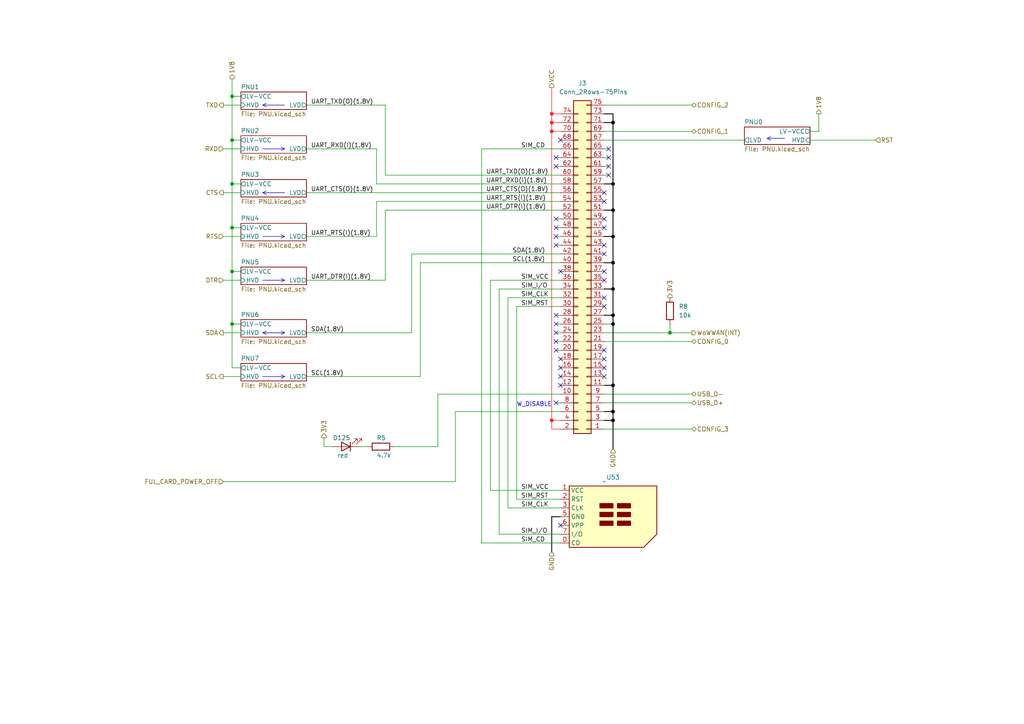
<source format=kicad_sch>
(kicad_sch (version 20230121) (generator eeschema)
  (paper "A4")
  (lib_symbols
    (symbol "Connector_Generic:Conn_2Rows-75Pins" (pin_names (offset 1.016) hide)
      (property "Reference" "J" (at 1.27 48.26 0))
      (property "Value" "Conn_2Rows-75Pins" (at 1.27 -50.8 0))
      (symbol "Conn_2Rows-75Pins_1_1"
        (rectangle (start -1.27 -48.133) (end 0 -48.387) (stroke (width 0.1524)))
        (rectangle (start -1.27 -45.593) (end 0 -45.847) (stroke (width 0.1524)))
        (rectangle (start -1.27 -43.053) (end 0 -43.307) (stroke (width 0.1524)))
        (rectangle (start -1.27 -40.513) (end 0 -40.767) (stroke (width 0.1524)))
        (rectangle (start -1.27 -37.973) (end 0 -38.227) (stroke (width 0.1524)))
        (rectangle (start -1.27 -35.433) (end 0 -35.687) (stroke (width 0.1524)))
        (rectangle (start -1.27 -32.893) (end 0 -33.147) (stroke (width 0.1524)))
        (rectangle (start -1.27 -30.353) (end 0 -30.607) (stroke (width 0.1524)))
        (rectangle (start -1.27 -27.813) (end 0 -28.067) (stroke (width 0.1524)))
        (rectangle (start -1.27 -25.273) (end 0 -25.527) (stroke (width 0.1524)))
        (rectangle (start -1.27 -22.733) (end 0 -22.987) (stroke (width 0.1524)))
        (rectangle (start -1.27 -20.193) (end 0 -20.447) (stroke (width 0.1524)))
        (rectangle (start -1.27 -17.653) (end 0 -17.907) (stroke (width 0.1524)))
        (rectangle (start -1.27 -15.113) (end 0 -15.367) (stroke (width 0.1524)))
        (rectangle (start -1.27 -12.573) (end 0 -12.827) (stroke (width 0.1524)))
        (rectangle (start -1.27 -10.033) (end 0 -10.287) (stroke (width 0.1524)))
        (rectangle (start -1.27 -7.493) (end 0 -7.747) (stroke (width 0.1524)))
        (rectangle (start -1.27 -4.953) (end 0 -5.207) (stroke (width 0.1524)))
        (rectangle (start -1.27 -2.413) (end 0 -2.667) (stroke (width 0.1524)))
        (rectangle (start -1.27 0.127) (end 0 -0.127) (stroke (width 0.1524)))
        (rectangle (start -1.27 2.667) (end 0 2.413) (stroke (width 0.1524)))
        (rectangle (start -1.27 5.207) (end 0 4.953) (stroke (width 0.1524)))
        (rectangle (start -1.27 7.747) (end 0 7.493) (stroke (width 0.1524)))
        (rectangle (start -1.27 10.287) (end 0 10.033) (stroke (width 0.1524)))
        (rectangle (start -1.27 12.827) (end 0 12.573) (stroke (width 0.1524)))
        (rectangle (start -1.27 15.367) (end 0 15.113) (stroke (width 0.1524)))
        (rectangle (start -1.27 17.907) (end 0 17.653) (stroke (width 0.1524)))
        (rectangle (start -1.27 20.447) (end 0 20.193) (stroke (width 0.1524)))
        (rectangle (start -1.27 22.987) (end 0 22.733) (stroke (width 0.1524)))
        (rectangle (start -1.27 25.527) (end 0 25.273) (stroke (width 0.1524)))
        (rectangle (start -1.27 28.067) (end 0 27.813) (stroke (width 0.1524)))
        (rectangle (start -1.27 30.607) (end 0 30.353) (stroke (width 0.1524)))
        (rectangle (start -1.27 33.147) (end 0 32.893) (stroke (width 0.1524)))
        (rectangle (start -1.27 35.687) (end 0 35.433) (stroke (width 0.1524)))
        (rectangle (start -1.27 38.227) (end 0 37.973) (stroke (width 0.1524)))
        (rectangle (start -1.27 40.767) (end 0 40.513) (stroke (width 0.1524)))
        (rectangle (start -1.27 43.307) (end 0 43.053) (stroke (width 0.1524)))
        (rectangle (start -1.27 45.847) (end 0 45.593) (stroke (width 0.1524)))
        (rectangle (start -1.27 46.99) (end 3.81 -49.53) (stroke (width 0.254)) (fill (type background)))
        (rectangle (start 3.81 -45.593) (end 2.54 -45.847) (stroke (width 0.1524)))
        (rectangle (start 3.81 -43.053) (end 2.54 -43.307) (stroke (width 0.1524)))
        (rectangle (start 3.81 -40.513) (end 2.54 -40.767) (stroke (width 0.1524)))
        (rectangle (start 3.81 -37.973) (end 2.54 -38.227) (stroke (width 0.1524)))
        (rectangle (start 3.81 -35.433) (end 2.54 -35.687) (stroke (width 0.1524)))
        (rectangle (start 3.81 -32.893) (end 2.54 -33.147) (stroke (width 0.1524)))
        (rectangle (start 3.81 -30.353) (end 2.54 -30.607) (stroke (width 0.1524)))
        (rectangle (start 3.81 -27.813) (end 2.54 -28.067) (stroke (width 0.1524)))
        (rectangle (start 3.81 -25.273) (end 2.54 -25.527) (stroke (width 0.1524)))
        (rectangle (start 3.81 -22.733) (end 2.54 -22.987) (stroke (width 0.1524)))
        (rectangle (start 3.81 -20.193) (end 2.54 -20.447) (stroke (width 0.1524)))
        (rectangle (start 3.81 -17.653) (end 2.54 -17.907) (stroke (width 0.1524)))
        (rectangle (start 3.81 -15.113) (end 2.54 -15.367) (stroke (width 0.1524)))
        (rectangle (start 3.81 -12.573) (end 2.54 -12.827) (stroke (width 0.1524)))
        (rectangle (start 3.81 -10.033) (end 2.54 -10.287) (stroke (width 0.1524)))
        (rectangle (start 3.81 -7.493) (end 2.54 -7.747) (stroke (width 0.1524)))
        (rectangle (start 3.81 -4.953) (end 2.54 -5.207) (stroke (width 0.1524)))
        (rectangle (start 3.81 -2.413) (end 2.54 -2.667) (stroke (width 0.1524)))
        (rectangle (start 3.81 0.127) (end 2.54 -0.127) (stroke (width 0.1524)))
        (rectangle (start 3.81 2.667) (end 2.54 2.413) (stroke (width 0.1524)))
        (rectangle (start 3.81 5.207) (end 2.54 4.953) (stroke (width 0.1524)))
        (rectangle (start 3.81 7.747) (end 2.54 7.493) (stroke (width 0.1524)))
        (rectangle (start 3.81 10.287) (end 2.54 10.033) (stroke (width 0.1524)))
        (rectangle (start 3.81 12.827) (end 2.54 12.573) (stroke (width 0.1524)))
        (rectangle (start 3.81 15.367) (end 2.54 15.113) (stroke (width 0.1524)))
        (rectangle (start 3.81 17.907) (end 2.54 17.653) (stroke (width 0.1524)))
        (rectangle (start 3.81 20.447) (end 2.54 20.193) (stroke (width 0.1524)))
        (rectangle (start 3.81 22.987) (end 2.54 22.733) (stroke (width 0.1524)))
        (rectangle (start 3.81 25.527) (end 2.54 25.273) (stroke (width 0.1524)))
        (rectangle (start 3.81 28.067) (end 2.54 27.813) (stroke (width 0.1524)))
        (rectangle (start 3.81 30.607) (end 2.54 30.353) (stroke (width 0.1524)))
        (rectangle (start 3.81 33.147) (end 2.54 32.893) (stroke (width 0.1524)))
        (rectangle (start 3.81 35.687) (end 2.54 35.433) (stroke (width 0.1524)))
        (rectangle (start 3.81 38.227) (end 2.54 37.973) (stroke (width 0.1524)))
        (rectangle (start 3.81 40.767) (end 2.54 40.513) (stroke (width 0.1524)))
        (rectangle (start 3.81 43.307) (end 2.54 43.053) (stroke (width 0.1524)))
        (rectangle (start 3.81 45.847) (end 2.54 45.593) (stroke (width 0.1524)))
        (pin passive line (at -5.08 45.72 0) (length 3.81) (name "Pin_1") (number "1"))
        (pin passive line (at 7.62 35.56 180) (length 3.81) (name "Pin_10") (number "10"))
        (pin passive line (at -5.08 33.02 0) (length 3.81) (name "Pin_11") (number "11"))
        (pin passive line (at 7.62 33.02 180) (length 3.81) (name "Pin_12") (number "12"))
        (pin passive line (at -5.08 30.48 0) (length 3.81) (name "Pin_13") (number "13"))
        (pin passive line (at 7.62 30.48 180) (length 3.81) (name "Pin_14") (number "14"))
        (pin passive line (at -5.08 27.94 0) (length 3.81) (name "Pin_15") (number "15"))
        (pin passive line (at 7.62 27.94 180) (length 3.81) (name "Pin_16") (number "16"))
        (pin passive line (at -5.08 25.4 0) (length 3.81) (name "Pin_17") (number "17"))
        (pin passive line (at 7.62 25.4 180) (length 3.81) (name "Pin_18") (number "18"))
        (pin passive line (at -5.08 22.86 0) (length 3.81) (name "Pin_19") (number "19"))
        (pin passive line (at 7.62 45.72 180) (length 3.81) (name "Pin_2") (number "2"))
        (pin passive line (at 7.62 22.86 180) (length 3.81) (name "Pin_20") (number "20"))
        (pin passive line (at -5.08 20.32 0) (length 3.81) (name "Pin_21") (number "21"))
        (pin passive line (at 7.62 20.32 180) (length 3.81) (name "Pin_22") (number "22"))
        (pin passive line (at -5.08 17.78 0) (length 3.81) (name "Pin_23") (number "23"))
        (pin passive line (at 7.62 17.78 180) (length 3.81) (name "Pin_24") (number "24"))
        (pin passive line (at -5.08 15.24 0) (length 3.81) (name "Pin_25") (number "25"))
        (pin passive line (at 7.62 15.24 180) (length 3.81) (name "Pin_26") (number "26"))
        (pin passive line (at -5.08 12.7 0) (length 3.81) (name "Pin_27") (number "27"))
        (pin passive line (at 7.62 12.7 180) (length 3.81) (name "Pin_28") (number "28"))
        (pin passive line (at -5.08 10.16 0) (length 3.81) (name "Pin_29") (number "29"))
        (pin passive line (at -5.08 43.18 0) (length 3.81) (name "Pin_3") (number "3"))
        (pin passive line (at 7.62 10.16 180) (length 3.81) (name "Pin_30") (number "30"))
        (pin passive line (at -5.08 7.62 0) (length 3.81) (name "Pin_31") (number "31"))
        (pin passive line (at 7.62 7.62 180) (length 3.81) (name "Pin_32") (number "32"))
        (pin passive line (at -5.08 5.08 0) (length 3.81) (name "Pin_33") (number "33"))
        (pin passive line (at 7.62 5.08 180) (length 3.81) (name "Pin_34") (number "34"))
        (pin passive line (at -5.08 2.54 0) (length 3.81) (name "Pin_35") (number "35"))
        (pin passive line (at 7.62 2.54 180) (length 3.81) (name "Pin_36") (number "36"))
        (pin passive line (at -5.08 0 0) (length 3.81) (name "Pin_37") (number "37"))
        (pin passive line (at 7.62 0 180) (length 3.81) (name "Pin_38") (number "38"))
        (pin passive line (at -5.08 -2.54 0) (length 3.81) (name "Pin_39") (number "39"))
        (pin passive line (at 7.62 43.18 180) (length 3.81) (name "Pin_4") (number "4"))
        (pin passive line (at 7.62 -2.54 180) (length 3.81) (name "Pin_40") (number "40"))
        (pin passive line (at -5.08 -5.08 0) (length 3.81) (name "Pin_41") (number "41"))
        (pin passive line (at 7.62 -5.08 180) (length 3.81) (name "Pin_42") (number "42"))
        (pin passive line (at -5.08 -7.62 0) (length 3.81) (name "Pin_43") (number "43"))
        (pin passive line (at 7.62 -7.62 180) (length 3.81) (name "Pin_44") (number "44"))
        (pin passive line (at -5.08 -10.16 0) (length 3.81) (name "Pin_45") (number "45"))
        (pin passive line (at 7.62 -10.16 180) (length 3.81) (name "Pin_46") (number "46"))
        (pin passive line (at -5.08 -12.7 0) (length 3.81) (name "Pin_47") (number "47"))
        (pin passive line (at 7.62 -12.7 180) (length 3.81) (name "Pin_48") (number "48"))
        (pin passive line (at -5.08 -15.24 0) (length 3.81) (name "Pin_49") (number "49"))
        (pin passive line (at -5.08 40.64 0) (length 3.81) (name "Pin_5") (number "5"))
        (pin passive line (at 7.62 -15.24 180) (length 3.81) (name "Pin_50") (number "50"))
        (pin passive line (at -5.08 -17.78 0) (length 3.81) (name "Pin_51") (number "51"))
        (pin passive line (at 7.62 -17.78 180) (length 3.81) (name "Pin_52") (number "52"))
        (pin passive line (at -5.08 -20.32 0) (length 3.81) (name "Pin_53") (number "53"))
        (pin passive line (at 7.62 -20.32 180) (length 3.81) (name "Pin_54") (number "54"))
        (pin passive line (at -5.08 -22.86 0) (length 3.81) (name "Pin_55") (number "55"))
        (pin passive line (at 7.62 -22.86 180) (length 3.81) (name "Pin_56") (number "56"))
        (pin passive line (at -5.08 -25.4 0) (length 3.81) (name "Pin_57") (number "57"))
        (pin passive line (at 7.62 -25.4 180) (length 3.81) (name "Pin_58") (number "58"))
        (pin passive line (at -5.08 -27.94 0) (length 3.81) (name "Pin_59") (number "59"))
        (pin passive line (at 7.62 40.64 180) (length 3.81) (name "Pin_6") (number "6"))
        (pin passive line (at 7.62 -27.94 180) (length 3.81) (name "Pin_60") (number "60"))
        (pin passive line (at -5.08 -30.48 0) (length 3.81) (name "Pin_61") (number "61"))
        (pin passive line (at 7.62 -30.48 180) (length 3.81) (name "Pin_62") (number "62"))
        (pin passive line (at -5.08 -33.02 0) (length 3.81) (name "Pin_63") (number "63"))
        (pin passive line (at 7.62 -33.02 180) (length 3.81) (name "Pin_64") (number "64"))
        (pin passive line (at -5.08 -35.56 0) (length 3.81) (name "Pin_65") (number "65"))
        (pin passive line (at 7.62 -35.56 180) (length 3.81) (name "Pin_66") (number "66"))
        (pin passive line (at -5.08 -38.1 0) (length 3.81) (name "Pin_67") (number "67"))
        (pin passive line (at 7.62 -38.1 180) (length 3.81) (name "Pin_68") (number "68"))
        (pin passive line (at -5.08 -40.64 0) (length 3.81) (name "Pin_69") (number "69"))
        (pin passive line (at -5.08 38.1 0) (length 3.81) (name "Pin_7") (number "7"))
        (pin passive line (at 7.62 -40.64 180) (length 3.81) (name "Pin_70") (number "70"))
        (pin passive line (at -5.08 -43.18 0) (length 3.81) (name "Pin_71") (number "71"))
        (pin passive line (at 7.62 -43.18 180) (length 3.81) (name "Pin_72") (number "72"))
        (pin passive line (at -5.08 -45.72 0) (length 3.81) (name "Pin_73") (number "73"))
        (pin passive line (at 7.62 -45.72 180) (length 3.81) (name "Pin_74") (number "74"))
        (pin passive line (at -5.08 -48.26 0) (length 3.81) (name "Pin_75") (number "75"))
        (pin passive line (at 7.62 38.1 180) (length 3.81) (name "Pin_8") (number "8"))
        (pin passive line (at -5.08 35.56 0) (length 3.81) (name "Pin_9") (number "9"))
      )
    )
    (symbol "Device:LED" (pin_numbers hide) (pin_names (offset 1.016) hide)
      (property "Reference" "D" (at 0 2.54 0))
      (property "Value" "LED" (at 0 -2.54 0))
      (symbol "LED_0_1"
        (polyline (pts (xy -1.27 -1.27) (xy -1.27 1.27)) (stroke (width 0.254)))
        (polyline (pts (xy -1.27 0) (xy 1.27 0)))
        (polyline (pts (xy 1.27 -1.27) (xy 1.27 1.27) (xy -1.27 0) (xy 1.27 -1.27)) (stroke (width 0.254)))
        (polyline (pts (xy -3.048 -0.762) (xy -4.572 -2.286) (xy -3.81 -2.286) (xy -4.572 -2.286) (xy -4.572 -1.524)))
        (polyline (pts (xy -1.778 -0.762) (xy -3.302 -2.286) (xy -2.54 -2.286) (xy -3.302 -2.286) (xy -3.302 -1.524)))
      )
      (symbol "LED_1_1"
        (pin passive line (at -3.81 0 0) (length 2.54) (name "K") (number "1"))
        (pin passive line (at 3.81 0 180) (length 2.54) (name "A") (number "2"))
      )
    )
    (symbol "Device:R" (pin_numbers hide) (pin_names (offset 0))
      (property "Reference" "R" (at 2.032 0 90))
      (property "Value" "R" (at 0 0 90))
      (symbol "R_0_1"
        (rectangle (start -1.016 -2.54) (end 1.016 2.54) (stroke (width 0.254)))
      )
      (symbol "R_1_1"
        (pin passive line (at 0 3.81 270) (length 1.27) (name "~") (number "1"))
        (pin passive line (at 0 -3.81 90) (length 1.27) (name "~") (number "2"))
      )
    )
    (symbol "Robotarna_KiCad_Library:SIM"
      (property "Reference" "U" (at 0 1.27 0))
      (symbol "SIM_0_1"
        (rectangle (start -1.27 -11.43) (end 2.54 -10.16) (stroke (width 0.254)) (fill (type outline)))
        (rectangle (start -1.27 -8.89) (end 2.54 -7.62) (stroke (width 0.254)) (fill (type outline)))
        (rectangle (start -1.27 -6.35) (end 2.54 -5.08) (stroke (width 0.254)) (fill (type outline)))
        (polyline (pts (xy -10.16 0) (xy 15.24 0) (xy 15.24 -13.97) (xy 11.43 -17.78) (xy -10.16 -17.78) (xy -10.16 0)) (stroke (width 0.254)) (fill (type background)))
        (rectangle (start 3.81 -10.16) (end 7.62 -11.43) (stroke (width 0.254)) (fill (type outline)))
        (rectangle (start 3.81 -8.89) (end 7.62 -7.62) (stroke (width 0.254)) (fill (type outline)))
        (rectangle (start 3.81 -6.35) (end 7.62 -5.08) (stroke (width 0.254)) (fill (type outline)))
      )
      (symbol "SIM_1_1"
        (pin power_in line (at -12.7 -1.27 0) (length 2.54) (name "VCC") (number "1"))
        (pin input line (at -12.7 -3.81 0) (length 2.54) (name "RST") (number "2"))
        (pin input line (at -12.7 -6.35 0) (length 2.54) (name "CLK") (number "3"))
        (pin power_in line (at -12.7 -8.89 0) (length 2.54) (name "GND") (number "5"))
        (pin input line (at -12.7 -11.43 0) (length 2.54) (name "VPP") (number "6"))
        (pin bidirectional line (at -12.7 -13.97 0) (length 2.54) (name "I/O") (number "7"))
        (pin output line (at -12.7 -16.51 0) (length 2.54) (name "CD") (number "D"))
      )
    )
  )
  (junction (at 194.31 96.52))
  (junction (at 177.8 68.58) (color 0 0 0 1))
  (junction (at 177.8 53.34) (color 0 0 0 1))
  (junction (at 177.8 83.82) (color 0 0 0 1))
  (junction (at 67.31 93.98))
  (junction (at 177.8 111.76) (color 0 0 0 1))
  (junction (at 67.31 66.04))
  (junction (at 177.8 91.44) (color 0 0 0 1))
  (junction (at 177.8 93.98) (color 0 0 0 1))
  (junction (at 160.02 121.92) (color 255 26 33 1))
  (junction (at 177.8 121.92) (color 0 0 0 1))
  (junction (at 67.31 53.34))
  (junction (at 177.8 119.38) (color 0 0 0 1))
  (junction (at 160.02 35.56) (color 255 26 33 1))
  (junction (at 67.31 27.94))
  (junction (at 177.8 60.96) (color 0 0 0 1))
  (junction (at 67.31 40.64))
  (junction (at 177.8 35.56) (color 0 0 0 1))
  (junction (at 67.31 78.74))
  (junction (at 160.02 33.02) (color 255 26 33 1))
  (junction (at 160.02 38.1) (color 255 26 33 1))
  (junction (at 177.8 76.2) (color 0 0 0 1))
  (no_connect (at 175.26 58.42))
  (no_connect (at 175.26 88.9))
  (no_connect (at 175.26 101.6))
  (no_connect (at 161.29 116.84))
  (no_connect (at 161.29 91.44))
  (no_connect (at 161.29 66.04))
  (no_connect (at 162.56 106.68))
  (no_connect (at 161.29 45.72))
  (no_connect (at 161.29 96.52))
  (no_connect (at 175.26 63.5))
  (no_connect (at 175.26 86.36))
  (no_connect (at 175.26 104.14))
  (no_connect (at 161.29 93.98))
  (no_connect (at 175.26 81.28))
  (no_connect (at 175.26 55.88))
  (no_connect (at 161.29 71.12))
  (no_connect (at 176.53 43.18))
  (no_connect (at 162.56 78.74))
  (no_connect (at 175.26 78.74))
  (no_connect (at 162.56 40.64))
  (no_connect (at 161.29 63.5))
  (no_connect (at 176.53 45.72))
  (no_connect (at 175.26 73.66))
  (no_connect (at 175.26 109.22))
  (no_connect (at 161.29 101.6))
  (no_connect (at 175.26 66.04))
  (no_connect (at 175.26 71.12))
  (no_connect (at 161.29 48.26))
  (no_connect (at 162.56 104.14))
  (no_connect (at 175.26 106.68))
  (no_connect (at 162.56 111.76))
  (no_connect (at 176.53 48.26))
  (no_connect (at 176.53 50.8))
  (no_connect (at 162.56 152.4))
  (no_connect (at 161.29 68.58))
  (no_connect (at 162.56 109.22))
  (no_connect (at 161.29 99.06))
  (wire (pts (xy 237.49 38.1) (xy 234.95 38.1)))
  (wire (pts (xy 69.85 106.68) (xy 67.31 106.68)))
  (wire (pts (xy 177.8 35.56) (xy 175.26 35.56)) (stroke (width 0.25) (color 0 0 0 1)))
  (wire (pts (xy 177.8 68.58) (xy 175.26 68.58)) (stroke (width 0.25) (color 0 0 0 1)))
  (polyline (pts (xy 82.55 43.18) (xy 81.534 43.688)))
  (wire (pts (xy 175.26 38.1) (xy 200.66 38.1)))
  (wire (pts (xy 147.32 147.32) (xy 147.32 86.36)))
  (wire (pts (xy 67.31 22.86) (xy 67.31 27.94)))
  (wire (pts (xy 111.76 81.28) (xy 111.76 60.96)))
  (polyline (pts (xy 82.55 96.52) (xy 81.534 96.012)))
  (wire (pts (xy 162.56 53.34) (xy 109.22 53.34)))
  (polyline (pts (xy 82.55 68.58) (xy 81.534 69.088)))
  (polyline (pts (xy 82.55 43.18) (xy 81.534 42.672)))
  (wire (pts (xy 127 114.3) (xy 127 129.54)))
  (wire (pts (xy 67.31 27.94) (xy 67.31 40.64)))
  (wire (pts (xy 64.77 68.58) (xy 69.85 68.58)))
  (wire (pts (xy 234.95 40.64) (xy 254 40.64)))
  (polyline (pts (xy 82.55 96.52) (xy 76.2 96.52)))
  (wire (pts (xy 194.31 93.98) (xy 194.31 96.52)))
  (wire (pts (xy 162.56 68.58) (xy 161.29 68.58)))
  (polyline (pts (xy 82.55 109.22) (xy 81.534 109.728)))
  (wire (pts (xy 67.31 66.04) (xy 67.31 78.74)))
  (wire (pts (xy 162.56 76.2) (xy 121.92 76.2)))
  (wire (pts (xy 67.31 53.34) (xy 67.31 66.04)))
  (wire (pts (xy 175.26 124.46) (xy 200.66 124.46)))
  (wire (pts (xy 162.56 63.5) (xy 161.29 63.5)))
  (wire (pts (xy 162.56 93.98) (xy 161.29 93.98)))
  (wire (pts (xy 69.85 40.64) (xy 67.31 40.64)))
  (polyline (pts (xy 82.55 68.58) (xy 76.2 68.58)))
  (wire (pts (xy 177.8 93.98) (xy 177.8 111.76)) (stroke (width 0.25) (color 0 0 0 1)))
  (wire (pts (xy 175.26 45.72) (xy 176.53 45.72)))
  (wire (pts (xy 177.8 68.58) (xy 177.8 60.96)) (stroke (width 0.25) (color 0 0 0 1)))
  (wire (pts (xy 177.8 121.92) (xy 175.26 121.92)) (stroke (width 0.25) (color 0 0 0 1)))
  (polyline (pts (xy 76.2 96.52) (xy 77.216 97.028)))
  (polyline (pts (xy 222.504 40.132) (xy 223.52 40.64)))
  (wire (pts (xy 69.85 78.74) (xy 67.31 78.74)))
  (wire (pts (xy 64.77 139.7) (xy 132.08 139.7)))
  (wire (pts (xy 162.56 96.52) (xy 161.29 96.52)))
  (wire (pts (xy 160.02 33.02) (xy 160.02 35.56)) (stroke (width 0) (color 255 26 33 1)))
  (wire (pts (xy 139.7 157.48) (xy 139.7 43.18)))
  (wire (pts (xy 160.02 124.46) (xy 160.02 121.92)) (stroke (width 0) (color 255 26 33 1)))
  (wire (pts (xy 64.77 43.18) (xy 69.85 43.18)))
  (wire (pts (xy 119.38 73.66) (xy 162.56 73.66)))
  (wire (pts (xy 64.77 81.28) (xy 69.85 81.28)))
  (wire (pts (xy 88.9 109.22) (xy 121.92 109.22)))
  (wire (pts (xy 177.8 83.82) (xy 177.8 76.2)) (stroke (width 0.25) (color 0 0 0 1)))
  (wire (pts (xy 177.8 60.96) (xy 175.26 60.96)) (stroke (width 0.25) (color 0 0 0 1)))
  (wire (pts (xy 177.8 91.44) (xy 175.26 91.44)) (stroke (width 0.25) (color 0 0 0 1)))
  (wire (pts (xy 160.02 121.92) (xy 162.56 121.92)) (stroke (width 0) (color 255 26 33 1)))
  (wire (pts (xy 175.26 93.98) (xy 177.8 93.98)))
  (wire (pts (xy 177.8 119.38) (xy 177.8 111.76)) (stroke (width 0.25) (color 0 0 0 1)))
  (wire (pts (xy 67.31 78.74) (xy 67.31 93.98)))
  (wire (pts (xy 64.77 109.22) (xy 69.85 109.22)))
  (wire (pts (xy 67.31 40.64) (xy 67.31 53.34)))
  (wire (pts (xy 162.56 48.26) (xy 161.29 48.26)))
  (wire (pts (xy 162.56 144.78) (xy 149.86 144.78)))
  (wire (pts (xy 109.22 53.34) (xy 109.22 43.18)))
  (wire (pts (xy 177.8 76.2) (xy 177.8 68.58)) (stroke (width 0.25) (color 0 0 0 1)))
  (wire (pts (xy 177.8 33.02) (xy 175.26 33.02)) (stroke (width 0.25) (color 0 0 0 1)))
  (wire (pts (xy 69.85 66.04) (xy 67.31 66.04)))
  (wire (pts (xy 177.8 111.76) (xy 175.26 111.76)) (stroke (width 0.25) (color 0 0 0 1)))
  (polyline (pts (xy 82.55 43.18) (xy 76.2 43.18)))
  (wire (pts (xy 237.49 33.02) (xy 237.49 38.1)))
  (polyline (pts (xy 82.55 96.52) (xy 81.534 97.028)))
  (wire (pts (xy 109.22 58.42) (xy 109.22 68.58)))
  (wire (pts (xy 106.68 129.54) (xy 104.14 129.54)))
  (wire (pts (xy 194.31 96.52) (xy 200.66 96.52)))
  (polyline (pts (xy 82.55 68.58) (xy 81.534 68.072)))
  (wire (pts (xy 160.02 25.4) (xy 160.02 33.02)) (stroke (width 0) (color 255 26 33 1)))
  (polyline (pts (xy 76.2 96.52) (xy 77.216 96.012)))
  (wire (pts (xy 177.8 91.44) (xy 177.8 93.98)) (stroke (width 0.25) (color 0 0 0 1)))
  (wire (pts (xy 149.86 144.78) (xy 149.86 88.9)))
  (wire (pts (xy 64.77 96.52) (xy 69.85 96.52)))
  (wire (pts (xy 162.56 33.02) (xy 160.02 33.02)) (stroke (width 0) (color 255 26 33 1)))
  (wire (pts (xy 175.26 116.84) (xy 200.66 116.84)))
  (wire (pts (xy 177.8 83.82) (xy 175.26 83.82)) (stroke (width 0.25) (color 0 0 0 1)))
  (polyline (pts (xy 82.55 81.28) (xy 81.534 80.772)))
  (wire (pts (xy 175.26 48.26) (xy 176.53 48.26)))
  (wire (pts (xy 177.8 53.34) (xy 175.26 53.34)) (stroke (width 0.25) (color 0 0 0 1)))
  (wire (pts (xy 160.02 35.56) (xy 160.02 38.1)) (stroke (width 0) (color 255 26 33 1)))
  (wire (pts (xy 177.8 35.56) (xy 177.8 33.02)) (stroke (width 0.25) (color 0 0 0 1)))
  (wire (pts (xy 119.38 96.52) (xy 119.38 73.66)))
  (wire (pts (xy 69.85 53.34) (xy 67.31 53.34)))
  (wire (pts (xy 162.56 66.04) (xy 161.29 66.04)))
  (wire (pts (xy 64.77 55.88) (xy 69.85 55.88)))
  (polyline (pts (xy 222.504 40.132) (xy 223.52 39.624)))
  (wire (pts (xy 162.56 149.86) (xy 160.02 149.86)) (stroke (width 0.25) (color 0 0 0 1)))
  (wire (pts (xy 175.26 114.3) (xy 200.66 114.3)))
  (wire (pts (xy 177.8 60.96) (xy 177.8 53.34)) (stroke (width 0.25) (color 0 0 0 1)))
  (wire (pts (xy 160.02 124.46) (xy 162.56 124.46)) (stroke (width 0) (color 255 26 33 1)))
  (wire (pts (xy 162.56 101.6) (xy 161.29 101.6)))
  (wire (pts (xy 109.22 43.18) (xy 88.9 43.18)))
  (wire (pts (xy 88.9 68.58) (xy 109.22 68.58)))
  (wire (pts (xy 162.56 45.72) (xy 161.29 45.72)))
  (wire (pts (xy 162.56 116.84) (xy 161.29 116.84)))
  (wire (pts (xy 162.56 99.06) (xy 161.29 99.06)))
  (wire (pts (xy 144.78 154.94) (xy 144.78 83.82)))
  (wire (pts (xy 67.31 27.94) (xy 69.85 27.94)))
  (wire (pts (xy 162.56 157.48) (xy 139.7 157.48)))
  (wire (pts (xy 177.8 121.92) (xy 177.8 130.175)) (stroke (width 0.25) (color 0 0 0 1)))
  (wire (pts (xy 177.8 119.38) (xy 175.26 119.38)) (stroke (width 0.25) (color 0 0 0 1)))
  (polyline (pts (xy 76.2 55.88) (xy 82.55 55.88)))
  (wire (pts (xy 147.32 86.36) (xy 162.56 86.36)))
  (wire (pts (xy 93.98 127) (xy 93.98 129.54)))
  (wire (pts (xy 177.8 53.34) (xy 177.8 35.56)) (stroke (width 0.25) (color 0 0 0 1)))
  (wire (pts (xy 175.26 30.48) (xy 200.66 30.48)))
  (wire (pts (xy 162.56 50.8) (xy 111.76 50.8)))
  (wire (pts (xy 96.52 129.54) (xy 93.98 129.54)))
  (wire (pts (xy 88.9 81.28) (xy 111.76 81.28)))
  (wire (pts (xy 175.26 99.06) (xy 200.66 99.06)))
  (wire (pts (xy 162.56 71.12) (xy 161.29 71.12)))
  (polyline (pts (xy 82.55 81.28) (xy 81.534 81.788)))
  (wire (pts (xy 162.56 114.3) (xy 127 114.3)))
  (wire (pts (xy 67.31 93.98) (xy 69.85 93.98)))
  (polyline (pts (xy 76.2 30.48) (xy 82.55 30.48)))
  (wire (pts (xy 132.08 119.38) (xy 132.08 139.7)))
  (polyline (pts (xy 82.55 109.22) (xy 76.2 109.22)))
  (wire (pts (xy 162.56 142.24) (xy 142.24 142.24)))
  (wire (pts (xy 162.56 58.42) (xy 109.22 58.42)))
  (wire (pts (xy 111.76 50.8) (xy 111.76 30.48)))
  (wire (pts (xy 175.26 96.52) (xy 194.31 96.52)))
  (wire (pts (xy 162.56 154.94) (xy 144.78 154.94)))
  (wire (pts (xy 177.8 91.44) (xy 177.8 83.82)) (stroke (width 0.25) (color 0 0 0 1)))
  (wire (pts (xy 160.02 38.1) (xy 162.56 38.1)) (stroke (width 0) (color 255 26 33 1)))
  (polyline (pts (xy 76.2 55.88) (xy 77.216 56.388)))
  (wire (pts (xy 162.56 35.56) (xy 160.02 35.56)) (stroke (width 0) (color 255 26 33 1)))
  (wire (pts (xy 144.78 83.82) (xy 162.56 83.82)))
  (wire (pts (xy 162.56 91.44) (xy 161.29 91.44)))
  (wire (pts (xy 175.26 50.8) (xy 176.53 50.8)))
  (wire (pts (xy 175.26 40.64) (xy 215.9 40.64)))
  (wire (pts (xy 162.56 81.28) (xy 142.24 81.28)))
  (polyline (pts (xy 76.2 30.48) (xy 77.216 30.988)))
  (wire (pts (xy 64.77 30.48) (xy 69.85 30.48)))
  (wire (pts (xy 88.9 55.88) (xy 162.56 55.88)))
  (polyline (pts (xy 222.504 40.132) (xy 227.584 40.132)))
  (wire (pts (xy 149.86 88.9) (xy 162.56 88.9)))
  (wire (pts (xy 162.56 119.38) (xy 132.08 119.38)))
  (polyline (pts (xy 76.2 96.52) (xy 82.55 96.52)))
  (wire (pts (xy 175.26 43.18) (xy 176.53 43.18)))
  (wire (pts (xy 88.9 96.52) (xy 119.38 96.52)))
  (wire (pts (xy 160.02 121.92) (xy 160.02 38.1)) (stroke (width 0) (color 255 26 33 1)))
  (wire (pts (xy 114.3 129.54) (xy 127 129.54)))
  (wire (pts (xy 111.76 30.48) (xy 88.9 30.48)))
  (wire (pts (xy 67.31 93.98) (xy 67.31 106.68)))
  (wire (pts (xy 177.8 76.2) (xy 175.26 76.2)) (stroke (width 0.25) (color 0 0 0 1)))
  (wire (pts (xy 121.92 76.2) (xy 121.92 109.22)))
  (polyline (pts (xy 76.2 30.48) (xy 77.216 29.972)))
  (wire (pts (xy 111.76 60.96) (xy 162.56 60.96)))
  (wire (pts (xy 177.8 119.38) (xy 177.8 121.92)) (stroke (width 0.25) (color 0 0 0 1)))
  (wire (pts (xy 139.7 43.18) (xy 162.56 43.18)))
  (polyline (pts (xy 82.55 81.28) (xy 76.2 81.28)))
  (wire (pts (xy 162.56 147.32) (xy 147.32 147.32)))
  (polyline (pts (xy 76.2 55.88) (xy 77.216 55.372)))
  (wire (pts (xy 142.24 81.28) (xy 142.24 142.24)))
  (polyline (pts (xy 82.55 109.22) (xy 81.534 108.712)))
  (wire (pts (xy 160.02 149.86) (xy 160.02 160.02)) (stroke (width 0.25) (color 0 0 0 1)))
  (text "W_DISABLE" (at 149.86 118.11 0) (effects (font (size 1.27 1.27)) (justify left bottom)))
  (label "SIM_CD" (at 151.13 157.48 0))
  (label "SIM_CLK" (at 151.13 147.32 0))
  (label "UART_DTR(I)(1.8V)" (at 90.17 81.28 0))
  (label "SIM_I{slash}O" (at 151.13 154.94 0))
  (label "SIM_VCC" (at 151.13 142.24 0))
  (label "SIM_VCC" (at 151.13 81.28 0))
  (label "UART_TXD(O)(1.8V)" (at 90.17 30.48 0))
  (label "SIM_CD" (at 151.13 43.18 0))
  (label "SIM_CLK" (at 151.13 86.36 0))
  (label "SCL(1.8V)" (at 148.59 76.2 0))
  (label "SCL(1.8V)" (at 90.17 109.22 0))
  (label "UART_CTS(O)(1.8V)" (at 140.97 55.88 0))
  (label "UART_RTS(I)(1.8V)" (at 140.97 58.42 0))
  (label "UART_DTR(I)(1.8V)" (at 140.97 60.96 0))
  (label "SDA(1.8V)" (at 90.17 96.52 0))
  (label "UART_TXD(O)(1.8V)" (at 140.97 50.8 0))
  (label "SIM_RST" (at 151.13 144.78 0))
  (label "UART_RXD(I)(1.8V)" (at 90.17 43.18 0))
  (label "SIM_RST" (at 151.13 88.9 0))
  (label "UART_RXD(I)(1.8V)" (at 140.97 53.34 0))
  (label "SDA(1.8V)" (at 148.59 73.66 0))
  (label "UART_RTS(I)(1.8V)" (at 90.17 68.58 0))
  (label "SIM_I{slash}O" (at 151.13 83.82 0))
  (label "UART_CTS(O)(1.8V)" (at 90.17 55.88 0))
  (hierarchical_label "SCL" (shape output) (at 64.77 109.22 180))
  (hierarchical_label "VCC" (shape output) (at 160.02 25.4 90))
  (hierarchical_label "SDA" (shape output) (at 64.77 96.52 180))
  (hierarchical_label "CONFIG_1" (shape tri_state) (at 200.66 38.1 0))
  (hierarchical_label "CTS" (shape output) (at 64.77 55.88 180))
  (hierarchical_label "GND" (shape input) (at 160.02 160.02 270))
  (hierarchical_label "CONFIG_3" (shape tri_state) (at 200.66 124.46 0))
  (hierarchical_label "USB_D+" (shape bidirectional) (at 200.66 116.84 0))
  (hierarchical_label "USB_D-" (shape bidirectional) (at 200.66 114.3 0))
  (hierarchical_label "RTS" (shape input) (at 64.77 68.58 180))
  (hierarchical_label "CONFIG_2" (shape tri_state) (at 200.66 30.48 0))
  (hierarchical_label "DTR" (shape input) (at 64.77 81.28 180))
  (hierarchical_label "1V8" (shape output) (at 237.49 33.02 90))
  (hierarchical_label "GND" (shape input) (at 177.8 130.175 270))
  (hierarchical_label "FUL_CARD_POWER_OFF" (shape input) (at 64.77 139.7 180))
  (hierarchical_label "1V8" (shape output) (at 67.31 22.86 90))
  (hierarchical_label "TXD" (shape output) (at 64.77 30.48 180))
  (hierarchical_label "3V3" (shape output) (at 93.98 127 90))
  (hierarchical_label "WoWWAN(INT)" (shape output) (at 200.66 96.52 0))
  (hierarchical_label "RST" (shape input) (at 254 40.64 0))
  (hierarchical_label "RXD" (shape input) (at 64.77 43.18 180))
  (hierarchical_label "3V3" (shape output) (at 194.31 86.36 90))
  (hierarchical_label "CONFIG_0" (shape tri_state) (at 200.66 99.06 0))
  (symbol (lib_id "Device:R") (at 110.49 129.54 270) (unit 1)
    (property "Reference" "R5" (at 109.22 127 90) (effects (justify left)))
    (property "Value" "4.7k" (at 109.22 132.08 90) (effects (justify left)))
    (property "Footprint" "Resistor_SMD:R_0201_0603Metric" (effects hide))
    (property "LCSC" "C270346" (effects hide))
    (property "Basic/Extended" "E" (effects hide))
    (instances (project "ZakladniElektronika" (path "" (reference "R5") (unit 1)) (path "" (reference "R31") (unit 1))) (project "RB3203" (path "" (reference "R?") (unit 1))))
  )
  (symbol (lib_id "Robotarna_KiCad_Library:SIM") (at 175.26 140.97 0) (unit 1)
    (property "Reference" "U53" (at 177.8 138.43 0))
    (property "Value" "~" (at 175.26 139.7 0))
  )
  (symbol (lib_id "Device:LED") (at 100.33 129.54 180) (unit 1)
    (property "Reference" "D125" (at 96.52 127 0) (effects (justify right)))
    (property "Value" "red" (at 97.79 132.08 0) (effects (justify right)))
    (property "Footprint" "LED_SMD:LED_0603_1608Metric" (effects hide))
    (property "LCSC" "C2286" (effects hide))
    (property "Basic/Extended" "B" (effects hide))
    (instances (project "ZakladniElektronika" (path "" (reference "D125") (unit 1)) (path "" (reference "LED6") (unit 1))) (project "RB3203" (path "" (reference "D?") (unit 1))))
  )
  (symbol (lib_id "Device:R") (at 194.31 90.17 0) (unit 1)
    (property "Reference" "R8" (at 196.85 88.9 0) (effects (justify left)))
    (property "Value" "10k" (at 196.85 91.44 0) (effects (justify left)))
    (property "Footprint" "Resistor_SMD:R_0402_1005Metric" (effects hide))
    (property "LCSC" "C25744" (effects hide))
    (property "JLCPCB_CORRECTION" "0;0;0" (effects hide))
    (instances (project "ZakladniElektronika" (path "" (reference "R8") (unit 1)) (path "" (reference "R34") (unit 1))) (project "RB3203" (path "" (reference "R?") (unit 1))))
  )
  (symbol (lib_id "Connector_Generic:Conn_2Rows-75Pins") (at 170.18 78.74 180) (unit 1)
    (property "Reference" "J3" (at 168.91 24.13 0))
    (property "Value" "Conn_2Rows-75Pins" (at 172.085 26.67 0))
    (property "Footprint" "Robotarna_KiCad_Library:Conn_M2" (effects hide))
    (property "Datasheet" "https://datasheet.lcsc.com/lcsc/2010161204_LOTES-APCI0161-P001A_C841663.pdf" (effects hide))
    (property "LCSC" "C841663" (effects hide))
  )
  (sheet (at 69.85 26.67) (size 19.05 5.08) (stroke (width 0.1524))
    (property "Sheetname" "PNU1" (at 69.85 25.9584 0) (effects (justify left bottom)))
    (property "Sheetfile" "PNU.kicad_sch" (at 69.85 32.3346 0) (effects (justify left top)))
    (pin "LVD" output (at 88.9 30.48 0))
    (pin "HVD" input (at 69.85 30.48 180))
    (pin "LV-VCC" output (at 69.85 27.94 180))
  )
  (sheet (at 69.85 52.07) (size 19.05 5.08) (stroke (width 0.1524))
    (property "Sheetname" "PNU3" (at 69.85 51.3584 0) (effects (justify left bottom)))
    (property "Sheetfile" "PNU.kicad_sch" (at 69.85 57.7346 0) (effects (justify left top)))
    (pin "LVD" output (at 88.9 55.88 0))
    (pin "HVD" input (at 69.85 55.88 180))
    (pin "LV-VCC" output (at 69.85 53.34 180))
  )
  (sheet (at 69.85 77.47) (size 19.05 5.08) (stroke (width 0.1524))
    (property "Sheetname" "PNU5" (at 69.85 76.7584 0) (effects (justify left bottom)))
    (property "Sheetfile" "PNU.kicad_sch" (at 69.85 83.1346 0) (effects (justify left top)))
    (pin "LVD" output (at 88.9 81.28 0))
    (pin "HVD" input (at 69.85 81.28 180))
    (pin "LV-VCC" output (at 69.85 78.74 180))
  )
  (sheet (at 69.85 105.41) (size 19.05 5.08) (stroke (width 0.1524))
    (property "Sheetname" "PNU7" (at 69.85 104.6984 0) (effects (justify left bottom)))
    (property "Sheetfile" "PNU.kicad_sch" (at 69.85 111.0746 0) (effects (justify left top)))
    (pin "LVD" output (at 88.9 109.22 0))
    (pin "HVD" input (at 69.85 109.22 180))
    (pin "LV-VCC" output (at 69.85 106.68 180))
  )
  (sheet (at 69.85 64.77) (size 19.05 5.08) (stroke (width 0.1524))
    (property "Sheetname" "PNU4" (at 69.85 64.0584 0) (effects (justify left bottom)))
    (property "Sheetfile" "PNU.kicad_sch" (at 69.85 70.4346 0) (effects (justify left top)))
    (pin "LVD" output (at 88.9 68.58 0))
    (pin "HVD" input (at 69.85 68.58 180))
    (pin "LV-VCC" output (at 69.85 66.04 180))
  )
  (sheet (at 215.9 36.83) (size 19.05 5.08) (stroke (width 0.1524))
    (property "Sheetname" "PNU0" (at 215.9 36.1184 0) (effects (justify left bottom)))
    (property "Sheetfile" "PNU.kicad_sch" (at 215.9 42.4946 0) (effects (justify left top)))
    (pin "LVD" output (at 215.9 40.64 180))
    (pin "HVD" input (at 234.95 40.64 0))
    (pin "LV-VCC" output (at 234.95 38.1 0))
  )
  (sheet (at 69.85 39.37) (size 19.05 5.08) (stroke (width 0.1524))
    (property "Sheetname" "PNU2" (at 69.85 38.6584 0) (effects (justify left bottom)))
    (property "Sheetfile" "PNU.kicad_sch" (at 69.85 45.0346 0) (effects (justify left top)))
    (pin "LVD" output (at 88.9 43.18 0))
    (pin "HVD" input (at 69.85 43.18 180))
    (pin "LV-VCC" output (at 69.85 40.64 180))
  )
  (sheet (at 69.85 92.71) (size 19.05 5.08) (stroke (width 0.1524))
    (property "Sheetname" "PNU6" (at 69.85 91.9984 0) (effects (justify left bottom)))
    (property "Sheetfile" "PNU.kicad_sch" (at 69.85 98.3746 0) (effects (justify left top)))
    (pin "LVD" output (at 88.9 96.52 0))
    (pin "HVD" input (at 69.85 96.52 180))
    (pin "LV-VCC" output (at 69.85 93.98 180))
  )
)
</source>
